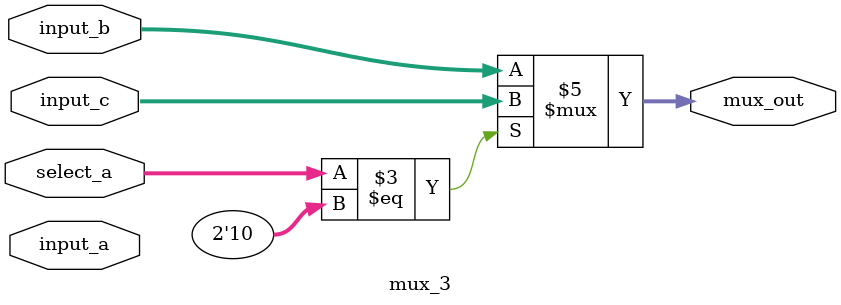
<source format=v>
module mux_3 
  #(
   parameter integer DATA_W = 16
   )(
      input  wire [DATA_W-1:0] input_a,
      input  wire [DATA_W-1:0] input_b,
      input  wire [DATA_W-1:0] input_c,
      input  wire [1:0]        select_a,
      output reg  [DATA_W-1:0] mux_out
   );

   always@(*)begin
      if(select_a == 2'd1)begin
         mux_out = input_a;
      end if(select_a == 2'd2)begin
         mux_out = input_c;
      end else begin
         mux_out = input_b;
      end
   end
endmodule


</source>
